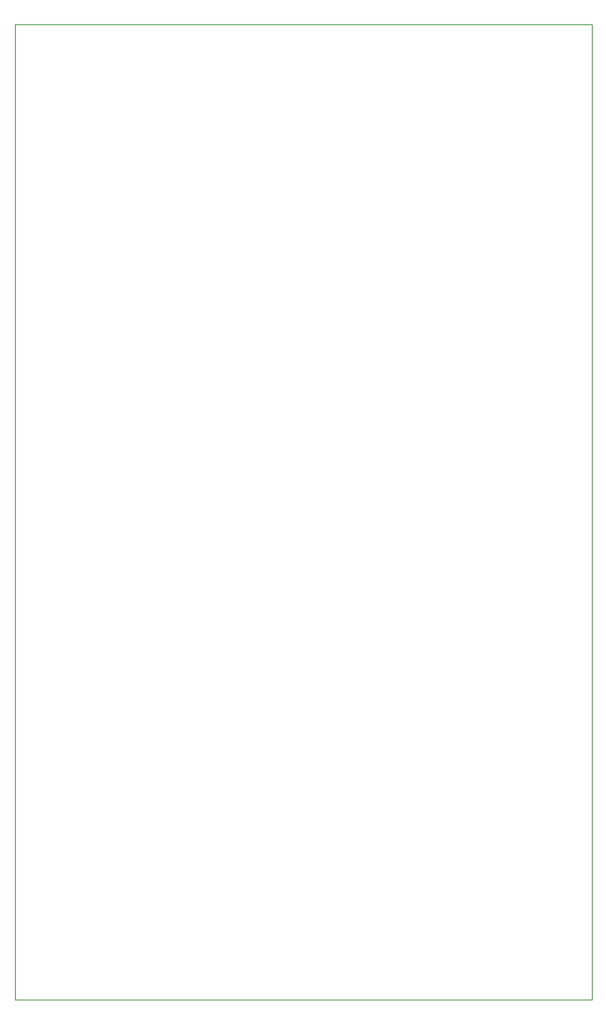
<source format=gbr>
%TF.GenerationSoftware,KiCad,Pcbnew,9.0.0*%
%TF.CreationDate,2025-03-26T11:44:13+11:00*%
%TF.ProjectId,tlv320aic3104 audio rev K twist,746c7633-3230-4616-9963-333130342061,Rev F*%
%TF.SameCoordinates,Original*%
%TF.FileFunction,Profile,NP*%
%FSLAX46Y46*%
G04 Gerber Fmt 4.6, Leading zero omitted, Abs format (unit mm)*
G04 Created by KiCad (PCBNEW 9.0.0) date 2025-03-26 11:44:13*
%MOMM*%
%LPD*%
G01*
G04 APERTURE LIST*
%TA.AperFunction,Profile*%
%ADD10C,0.050000*%
%TD*%
G04 APERTURE END LIST*
D10*
X0Y0D02*
X62153800Y0D01*
X62153800Y-104927400D01*
X0Y-104927400D01*
X0Y0D01*
M02*

</source>
